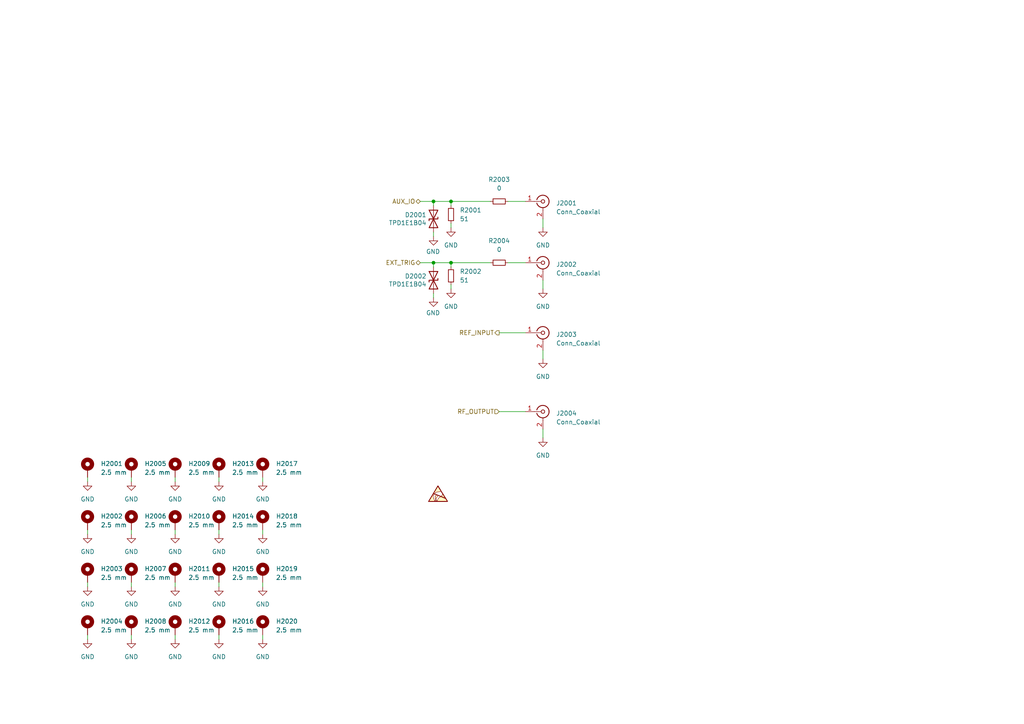
<source format=kicad_sch>
(kicad_sch (version 20210621) (generator eeschema)
  (paper "A4")
  (lib_symbols
    (symbol "Connector:Conn_Coaxial" (pin_names (offset 1.016) hide)
      (property "Reference" "J" (at 0.254 3.048 0))
      (property "Value" "Conn_Coaxial" (at 2.921 0 90))
      (symbol "Conn_Coaxial_0_1"
        (arc (start -1.778 0.508) (end 1.778 0) (radius (at -0.0508 0) (length 1.8034) (angles 163.6 0)) (stroke (width 0.254)))
        (arc (start 1.778 0) (end -1.778 -0.508) (radius (at -0.0254 0) (length 1.8034) (angles 0 -163.8)) (stroke (width 0.254)))
        (circle (center 0 0) (radius 0.508) (stroke (width 0.2032)))
        (polyline (pts (xy -2.54 0) (xy -0.508 0)))
        (polyline (pts (xy 0 -2.54) (xy 0 -1.778)))
      )
      (symbol "Conn_Coaxial_1_1"
        (pin passive line (at -5.08 0 0) (length 2.54) (name "In") (number "1"))
        (pin passive line (at 0 -5.08 90) (length 2.54) (name "Ext") (number "2"))
      )
    )
    (symbol "Device:D_TVS" (pin_numbers hide) (pin_names (offset 1.016) hide)
      (property "Reference" "D" (at 0 2.54 0))
      (property "Value" "D_TVS" (at 0 -2.54 0))
      (symbol "D_TVS_0_1"
        (polyline (pts (xy 1.27 0) (xy -1.27 0)))
        (polyline (pts (xy 0.508 1.27) (xy 0 1.27) (xy 0 -1.27) (xy -0.508 -1.27)) (stroke (width 0.254)))
        (polyline (pts (xy -2.54 1.27) (xy -2.54 -1.27) (xy 2.54 1.27) (xy 2.54 -1.27) (xy -2.54 1.27)) (stroke (width 0.254)))
      )
      (symbol "D_TVS_1_1"
        (pin passive line (at -3.81 0 0) (length 2.54) (name "A1") (number "1"))
        (pin passive line (at 3.81 0 180) (length 2.54) (name "A2") (number "2"))
      )
    )
    (symbol "Device:R_Small" (pin_numbers hide) (pin_names (offset 0.254) hide)
      (property "Reference" "R" (at 0.762 0.508 0))
      (property "Value" "R_Small" (at 0.762 -1.016 0))
      (symbol "R_Small_0_1"
        (rectangle (start -0.762 1.778) (end 0.762 -1.778) (stroke (width 0.2032)))
      )
      (symbol "R_Small_1_1"
        (pin passive line (at 0 2.54 270) (length 0.762) (name "~") (number "1"))
        (pin passive line (at 0 -2.54 90) (length 0.762) (name "~") (number "2"))
      )
    )
    (symbol "Graphic:SYM_ESD_Small" (pin_names (offset 1.016))
      (symbol "SYM_ESD_Small_0_0"
        (polyline (pts (xy -1.27 0.381) (xy 2.159 -1.016)) (stroke (width 0.254)))
        (polyline (pts (xy -2.667 -1.905) (xy 2.794 -1.905) (xy 0 2.54) (xy -2.667 -1.905)) (stroke (width 0.254)))
        (polyline (pts (xy 2.7432 -1.905) (xy 2.7178 -1.8796) (xy 2.6162 -1.6764) (xy 2.5654 -1.6002) (xy 2.4892 -1.4986) (xy 2.4384 -1.3716) (xy 1.7526 -0.2286) (xy 1.7018 -0.127) (xy 1.6256 -0.0508) (xy 1.6002 0.0508) (xy 1.5494 0.1016) (xy 1.4986 0.2032) (xy 1.4732 0.2286) (xy 1.4732 0.2032) (xy 1.4478 0.2032) (xy 1.3208 0.0762) (xy 1.2954 0.0254) (xy 1.2954 -0.0254) (xy 1.27 -0.0762) (xy 1.2446 -0.1524) (xy 1.143 -0.254) (xy 1.0922 -0.3302) (xy 1.0414 -0.3556) (xy 0.9144 -0.4826) (xy 0.762 -0.5842) (xy 0.6604 -0.6604) (xy 0.508 -0.762) (xy 0.4572 -0.8128) (xy 0.3556 -0.8636) (xy 0.3048 -0.9144) (xy 0.2286 -0.9652) (xy 0.0762 -1.1938) (xy 0.0254 -1.2954) (xy -0.0254 -1.4224) (xy -0.0508 -1.4986) (xy -0.1016 -1.5748) (xy -0.127 -1.651) (xy -0.1778 -1.6764) (xy -0.2032 -1.7272) (xy -0.254 -1.7526) (xy -0.4064 -1.7526) (xy -0.4064 -1.7272) (xy -0.4572 -1.7018) (xy -0.4826 -1.6256) (xy -0.508 -1.524) (xy -0.508 -1.0922) (xy -0.4572 -0.889) (xy -0.4064 -0.8128) (xy -0.254 -0.6604) (xy -0.2032 -0.5842) (xy -0.127 -0.5334) (xy -0.1016 -0.4826) (xy -0.0762 -0.4064) (xy -0.0508 -0.3556) (xy -0.0254 -0.3302) (xy -0.0254 -0.2794) (xy 0 -0.2286) (xy -0.0762 -0.1524) (xy -0.127 -0.127) (xy -0.1524 -0.0762) (xy -0.2032 -0.0508) (xy -0.2286 -0.0254) (xy -0.254 -0.0254) (xy -0.3048 -0.0762) (xy -0.3556 -0.1016) (xy -0.4318 -0.127) (xy -0.4826 -0.1524) (xy -0.5588 -0.2286) (xy -0.6096 -0.254) (xy -0.8382 -0.4826) (xy -0.8128 -0.5588) (xy -0.7874 -0.5842) (xy -0.7874 -0.8636) (xy -0.8128 -0.889) (xy -0.8128 -0.9652) (xy -0.762 -1.016) (xy -0.762 -1.0414) (xy -0.6604 -1.2954) (xy -0.6604 -1.5748) (xy -0.6858 -1.6002) (xy -0.6858 -1.6256) (xy -0.7366 -1.7018) (xy -0.8382 -1.7526) (xy -0.9144 -1.7526) (xy -0.9398 -1.7272) (xy -0.9652 -1.6764) (xy -1.016 -1.6002) (xy -1.0414 -1.524) (xy -1.143 -1.27) (xy -1.2192 -1.0414) (xy -1.27 -0.9652) (xy -1.2954 -0.889) (xy -1.3208 -0.8382) (xy -1.3208 -0.8128) (xy -1.3716 -0.7112) (xy -1.397 -0.5842) (xy -1.397 -0.4826) (xy -1.3716 -0.381) (xy -1.3208 -0.254) (xy -1.2954 -0.2032) (xy -1.1938 -0.0508) (xy -1.0414 0.1524) (xy -0.9906 0.2032) (xy -0.9652 0.254) (xy -0.9144 0.3302) (xy -0.889 0.381) (xy -0.8636 0.381) (xy -0.8128 0.508) (xy -0.6096 0.7112) (xy -0.5334 0.7366) (xy -0.508 0.762) (xy -0.4318 0.762) (xy -0.3556 0.7874) (xy -0.2286 0.8128) (xy -0.1016 0.8128) (xy 0.0508 0.8382) (xy 0.2032 0.8382) (xy 0.3048 0.8636) (xy 0.4826 0.8636) (xy 0.5334 0.889) (xy 0.5842 0.889) (xy 0.6858 0.9398) (xy 0.7112 0.9652) (xy 0.762 0.9906) (xy 0.8128 1.0414) (xy 0.8636 1.0668) (xy 0.889 1.1176) (xy 0.9144 1.143) (xy 0.9144 1.1938) (xy 0.889 1.2192) (xy 0.8636 1.27) (xy 0.8128 1.3462) (xy 0.7112 1.5494) (xy 0.635 1.651) (xy 0.5842 1.7526) (xy 0.508 1.8796) (xy 0.4572 1.9558) (xy 0.381 2.0828) (xy 0.3048 2.1844) (xy 0.254 2.286) (xy 0.2032 2.3622) (xy 0.1778 2.4384) (xy 0.1016 2.5146) (xy 0.1016 2.54) (xy 0.0762 2.5654) (xy 0.0762 2.5908) (xy 0.0254 2.5908) (xy 0.0254 2.5654) (xy -0.0254 2.5146) (xy -0.1016 2.3622) (xy -0.254 2.1336) (xy -0.3048 2.032) (xy -0.4572 1.778) (xy -0.5588 1.6256) (xy -0.762 1.27) (xy -0.889 1.0668) (xy -1.016 0.8382) (xy -1.1684 0.6096) (xy -1.3208 0.3302) (xy -1.397 0.2032) (xy -1.524 -0.0254) (xy -1.778 -0.4318) (xy -1.8796 -0.635) (xy -2.0066 -0.8128) (xy -2.1082 -0.9906) (xy -2.2098 -1.143) (xy -2.286 -1.2954) (xy -2.4384 -1.5494) (xy -2.4892 -1.651) (xy -2.5654 -1.7526) (xy -2.5908 -1.8288) (xy -2.6162 -1.8796) (xy -2.6416 -1.905) (xy -2.6416 -1.9304) (xy 2.7432 -1.9304) (xy 2.7432 -1.905)) (stroke (width 0.127)) (fill (type background)))
      )
    )
    (symbol "Mechanical:MountingHole_Pad" (pin_numbers hide) (pin_names (offset 1.016) hide)
      (property "Reference" "H" (at 0 6.35 0))
      (property "Value" "MountingHole_Pad" (at 0 4.445 0))
      (symbol "MountingHole_Pad_0_1"
        (circle (center 0 1.27) (radius 1.27) (stroke (width 1.27)))
      )
      (symbol "MountingHole_Pad_1_1"
        (pin input line (at 0 -2.54 90) (length 2.54) (name "1") (number "1"))
      )
    )
    (symbol "power:GND" (power) (pin_names (offset 0))
      (property "Value" "GND" (at 0 -3.81 0))
      (symbol "GND_0_1"
        (polyline (pts (xy 0 0) (xy 0 -1.27) (xy 1.27 -1.27) (xy 0 -2.54) (xy -1.27 -1.27) (xy 0 -1.27)))
      )
      (symbol "GND_1_1"
        (pin power_in line (at 0 0 270) (length 0) hide (name "GND") (number "1"))
      )
    )
  )
  (junction (at 125.73 58.42) (diameter 0.9144))
  (junction (at 125.73 76.2) (diameter 0.9144))
  (junction (at 130.81 58.42) (diameter 0.9144))
  (junction (at 130.81 76.2) (diameter 0.9144))
  (wire (pts (xy 25.4 138.43) (xy 25.4 139.7)))
  (wire (pts (xy 25.4 153.67) (xy 25.4 154.94)))
  (wire (pts (xy 25.4 168.91) (xy 25.4 170.18)))
  (wire (pts (xy 25.4 184.15) (xy 25.4 185.42)))
  (wire (pts (xy 38.1 138.43) (xy 38.1 139.7)))
  (wire (pts (xy 38.1 153.67) (xy 38.1 154.94)))
  (wire (pts (xy 38.1 168.91) (xy 38.1 170.18)))
  (wire (pts (xy 38.1 184.15) (xy 38.1 185.42)))
  (wire (pts (xy 50.8 138.43) (xy 50.8 139.7)))
  (wire (pts (xy 50.8 153.67) (xy 50.8 154.94)))
  (wire (pts (xy 50.8 168.91) (xy 50.8 170.18)))
  (wire (pts (xy 50.8 184.15) (xy 50.8 185.42)))
  (wire (pts (xy 63.5 138.43) (xy 63.5 139.7)))
  (wire (pts (xy 63.5 153.67) (xy 63.5 154.94)))
  (wire (pts (xy 63.5 168.91) (xy 63.5 170.18)))
  (wire (pts (xy 63.5 184.15) (xy 63.5 185.42)))
  (wire (pts (xy 76.2 138.43) (xy 76.2 139.7)))
  (wire (pts (xy 76.2 153.67) (xy 76.2 154.94)))
  (wire (pts (xy 76.2 168.91) (xy 76.2 170.18)))
  (wire (pts (xy 76.2 184.15) (xy 76.2 185.42)))
  (wire (pts (xy 121.92 58.42) (xy 125.73 58.42)))
  (wire (pts (xy 121.92 76.2) (xy 125.73 76.2)))
  (wire (pts (xy 125.73 58.42) (xy 125.73 59.69)))
  (wire (pts (xy 125.73 58.42) (xy 130.81 58.42)))
  (wire (pts (xy 125.73 67.31) (xy 125.73 68.58)))
  (wire (pts (xy 125.73 76.2) (xy 125.73 77.47)))
  (wire (pts (xy 125.73 76.2) (xy 130.81 76.2)))
  (wire (pts (xy 125.73 85.09) (xy 125.73 86.36)))
  (wire (pts (xy 130.81 58.42) (xy 130.81 59.69)))
  (wire (pts (xy 130.81 58.42) (xy 142.24 58.42)))
  (wire (pts (xy 130.81 64.77) (xy 130.81 66.04)))
  (wire (pts (xy 130.81 76.2) (xy 130.81 77.47)))
  (wire (pts (xy 130.81 76.2) (xy 142.24 76.2)))
  (wire (pts (xy 130.81 82.55) (xy 130.81 83.82)))
  (wire (pts (xy 144.78 96.52) (xy 152.4 96.52)))
  (wire (pts (xy 144.78 119.38) (xy 152.4 119.38)))
  (wire (pts (xy 147.32 58.42) (xy 152.4 58.42)))
  (wire (pts (xy 147.32 76.2) (xy 152.4 76.2)))
  (wire (pts (xy 157.48 63.5) (xy 157.48 66.04)))
  (wire (pts (xy 157.48 81.28) (xy 157.48 83.82)))
  (wire (pts (xy 157.48 101.6) (xy 157.48 104.14)))
  (wire (pts (xy 157.48 124.46) (xy 157.48 127)))
  (hierarchical_label "AUX_IO" (shape bidirectional) (at 121.92 58.42 180))
  (hierarchical_label "EXT_TRIG" (shape bidirectional) (at 121.92 76.2 180))
  (hierarchical_label "REF_INPUT" (shape output) (at 144.78 96.52 180))
  (hierarchical_label "RF_OUTPUT" (shape input) (at 144.78 119.38 180))
  (symbol (lib_id "power:GND") (at 25.4 139.7 0) (unit 1)
    (property "Reference" "#PWR0147" (effects hide))
    (property "Value" "GND" (at 25.4 144.78 0))
  )
  (symbol (lib_id "power:GND") (at 25.4 154.94 0) (unit 1)
    (property "Reference" "#PWR0140" (effects hide))
    (property "Value" "GND" (at 25.4 160.02 0))
  )
  (symbol (lib_id "power:GND") (at 25.4 170.18 0) (unit 1)
    (property "Reference" "#PWR0142" (effects hide))
    (property "Value" "GND" (at 25.4 175.26 0))
  )
  (symbol (lib_id "power:GND") (at 25.4 185.42 0) (unit 1)
    (property "Reference" "#PWR0145" (effects hide))
    (property "Value" "GND" (at 25.4 190.5 0))
  )
  (symbol (lib_id "power:GND") (at 38.1 139.7 0) (unit 1)
    (property "Reference" "#PWR0144" (effects hide))
    (property "Value" "GND" (at 38.1 144.78 0))
  )
  (symbol (lib_id "power:GND") (at 38.1 154.94 0) (unit 1)
    (property "Reference" "#PWR0134" (effects hide))
    (property "Value" "GND" (at 38.1 160.02 0))
  )
  (symbol (lib_id "power:GND") (at 38.1 170.18 0) (unit 1)
    (property "Reference" "#PWR0139" (effects hide))
    (property "Value" "GND" (at 38.1 175.26 0))
  )
  (symbol (lib_id "power:GND") (at 38.1 185.42 0) (unit 1)
    (property "Reference" "#PWR0146" (effects hide))
    (property "Value" "GND" (at 38.1 190.5 0))
  )
  (symbol (lib_id "power:GND") (at 50.8 139.7 0) (unit 1)
    (property "Reference" "#PWR0143" (effects hide))
    (property "Value" "GND" (at 50.8 144.78 0))
  )
  (symbol (lib_id "power:GND") (at 50.8 154.94 0) (unit 1)
    (property "Reference" "#PWR0141" (effects hide))
    (property "Value" "GND" (at 50.8 160.02 0))
  )
  (symbol (lib_id "power:GND") (at 50.8 170.18 0) (unit 1)
    (property "Reference" "#PWR0135" (effects hide))
    (property "Value" "GND" (at 50.8 175.26 0))
  )
  (symbol (lib_id "power:GND") (at 50.8 185.42 0) (unit 1)
    (property "Reference" "#PWR0138" (effects hide))
    (property "Value" "GND" (at 50.8 190.5 0))
  )
  (symbol (lib_id "power:GND") (at 63.5 139.7 0) (unit 1)
    (property "Reference" "#PWR0130" (effects hide))
    (property "Value" "GND" (at 63.5 144.78 0))
  )
  (symbol (lib_id "power:GND") (at 63.5 154.94 0) (unit 1)
    (property "Reference" "#PWR0132" (effects hide))
    (property "Value" "GND" (at 63.5 160.02 0))
  )
  (symbol (lib_id "power:GND") (at 63.5 170.18 0) (unit 1)
    (property "Reference" "#PWR0137" (effects hide))
    (property "Value" "GND" (at 63.5 175.26 0))
  )
  (symbol (lib_id "power:GND") (at 63.5 185.42 0) (unit 1)
    (property "Reference" "#PWR0136" (effects hide))
    (property "Value" "GND" (at 63.5 190.5 0))
  )
  (symbol (lib_id "power:GND") (at 76.2 139.7 0) (unit 1)
    (property "Reference" "#PWR0129" (effects hide))
    (property "Value" "GND" (at 76.2 144.78 0))
  )
  (symbol (lib_id "power:GND") (at 76.2 154.94 0) (unit 1)
    (property "Reference" "#PWR0131" (effects hide))
    (property "Value" "GND" (at 76.2 160.02 0))
  )
  (symbol (lib_id "power:GND") (at 76.2 170.18 0) (unit 1)
    (property "Reference" "#PWR0128" (effects hide))
    (property "Value" "GND" (at 76.2 175.26 0))
  )
  (symbol (lib_id "power:GND") (at 76.2 185.42 0) (unit 1)
    (property "Reference" "#PWR0133" (effects hide))
    (property "Value" "GND" (at 76.2 190.5 0))
  )
  (symbol (lib_id "power:GND") (at 125.73 68.58 0) (mirror y) (unit 1)
    (property "Reference" "#PWR0113" (effects hide))
    (property "Value" "GND" (at 125.603 72.9742 0))
  )
  (symbol (lib_id "power:GND") (at 125.73 86.36 0) (mirror y) (unit 1)
    (property "Reference" "#PWR0112" (effects hide))
    (property "Value" "GND" (at 125.603 90.7542 0))
  )
  (symbol (lib_id "power:GND") (at 130.81 66.04 0) (unit 1)
    (property "Reference" "#PWR02001" (effects hide))
    (property "Value" "GND" (at 130.81 71.12 0))
  )
  (symbol (lib_id "power:GND") (at 130.81 83.82 0) (unit 1)
    (property "Reference" "#PWR02002" (effects hide))
    (property "Value" "GND" (at 130.81 88.9 0))
  )
  (symbol (lib_id "power:GND") (at 157.48 66.04 0) (unit 1)
    (property "Reference" "#PWR02003" (effects hide))
    (property "Value" "GND" (at 157.48 71.12 0))
  )
  (symbol (lib_id "power:GND") (at 157.48 83.82 0) (unit 1)
    (property "Reference" "#PWR02004" (effects hide))
    (property "Value" "GND" (at 157.48 88.9 0))
  )
  (symbol (lib_id "power:GND") (at 157.48 104.14 0) (unit 1)
    (property "Reference" "#PWR02005" (effects hide))
    (property "Value" "GND" (at 157.48 109.22 0))
  )
  (symbol (lib_id "power:GND") (at 157.48 127 0) (unit 1)
    (property "Reference" "#PWR02006" (effects hide))
    (property "Value" "GND" (at 157.48 132.08 0))
  )
  (symbol (lib_id "Device:R_Small") (at 130.81 62.23 180) (unit 1)
    (property "Reference" "R2001" (at 133.35 60.9599 0) (effects (justify right)))
    (property "Value" "51" (at 133.35 63.4999 0) (effects (justify right)))
    (property "Footprint" "Resistor_SMD:R_0402_1005Metric" (effects hide))
  )
  (symbol (lib_id "Device:R_Small") (at 130.81 80.01 180) (unit 1)
    (property "Reference" "R2002" (at 133.35 78.7399 0) (effects (justify right)))
    (property "Value" "51" (at 133.35 81.2799 0) (effects (justify right)))
    (property "Footprint" "Resistor_SMD:R_0402_1005Metric" (effects hide))
  )
  (symbol (lib_id "Device:R_Small") (at 144.78 58.42 90) (unit 1)
    (property "Reference" "R2003" (at 144.78 52.07 90))
    (property "Value" "0" (at 144.78 54.61 90))
    (property "Footprint" "Resistor_SMD:R_0402_1005Metric" (effects hide))
  )
  (symbol (lib_id "Device:R_Small") (at 144.78 76.2 270) (mirror x) (unit 1)
    (property "Reference" "R2004" (at 144.78 69.85 90))
    (property "Value" "0" (at 144.78 72.39 90))
    (property "Footprint" "Resistor_SMD:R_0402_1005Metric" (effects hide))
  )
  (symbol (lib_id "Device:D_TVS") (at 125.73 63.5 90) (mirror x) (unit 1)
    (property "Reference" "D2001" (at 123.7234 62.3316 90) (effects (justify left)))
    (property "Value" "TPD1E1B04" (at 123.7234 64.643 90) (effects (justify left)))
    (property "Footprint" "Diode_SMD:D_0402_1005Metric" (effects hide))
    (property "DIST_NAME" "Digi-Key" (effects hide))
    (property "DIST_PN" "296-47224-1-ND" (effects hide))
  )
  (symbol (lib_id "Device:D_TVS") (at 125.73 81.28 90) (mirror x) (unit 1)
    (property "Reference" "D2002" (at 123.7234 80.1116 90) (effects (justify left)))
    (property "Value" "TPD1E1B04" (at 123.7234 82.423 90) (effects (justify left)))
    (property "Footprint" "Diode_SMD:D_0402_1005Metric" (effects hide))
    (property "DIST_NAME" "Digi-Key" (effects hide))
    (property "DIST_PN" "296-47224-1-ND" (effects hide))
  )
  (symbol (lib_id "Mechanical:MountingHole_Pad") (at 25.4 135.89 0) (unit 1) (in_bom no)
    (property "Reference" "H2001" (at 29.21 134.4929 0) (effects (justify left)))
    (property "Value" "2.5 mm" (at 29.21 137.0329 0) (effects (justify left)))
    (property "Footprint" "MountingHole:MountingHole_2.5mm_Pad_Via" (effects hide))
  )
  (symbol (lib_id "Mechanical:MountingHole_Pad") (at 25.4 151.13 0) (unit 1) (in_bom no)
    (property "Reference" "H2002" (at 29.21 149.7329 0) (effects (justify left)))
    (property "Value" "2.5 mm" (at 29.21 152.2729 0) (effects (justify left)))
    (property "Footprint" "MountingHole:MountingHole_2.5mm_Pad_Via" (effects hide))
  )
  (symbol (lib_id "Mechanical:MountingHole_Pad") (at 25.4 166.37 0) (unit 1) (in_bom no)
    (property "Reference" "H2003" (at 29.21 164.9729 0) (effects (justify left)))
    (property "Value" "2.5 mm" (at 29.21 167.5129 0) (effects (justify left)))
    (property "Footprint" "MountingHole:MountingHole_2.5mm_Pad_Via" (effects hide))
  )
  (symbol (lib_id "Mechanical:MountingHole_Pad") (at 25.4 181.61 0) (unit 1) (in_bom no)
    (property "Reference" "H2004" (at 29.21 180.2129 0) (effects (justify left)))
    (property "Value" "2.5 mm" (at 29.21 182.7529 0) (effects (justify left)))
    (property "Footprint" "MountingHole:MountingHole_2.5mm_Pad_Via" (effects hide))
  )
  (symbol (lib_id "Mechanical:MountingHole_Pad") (at 38.1 135.89 0) (unit 1) (in_bom no)
    (property "Reference" "H2005" (at 41.91 134.4929 0) (effects (justify left)))
    (property "Value" "2.5 mm" (at 41.91 137.0329 0) (effects (justify left)))
    (property "Footprint" "MountingHole:MountingHole_2.5mm_Pad_Via" (effects hide))
  )
  (symbol (lib_id "Mechanical:MountingHole_Pad") (at 38.1 151.13 0) (unit 1) (in_bom no)
    (property "Reference" "H2006" (at 41.91 149.7329 0) (effects (justify left)))
    (property "Value" "2.5 mm" (at 41.91 152.2729 0) (effects (justify left)))
    (property "Footprint" "MountingHole:MountingHole_2.5mm_Pad_Via" (effects hide))
  )
  (symbol (lib_id "Mechanical:MountingHole_Pad") (at 38.1 166.37 0) (unit 1) (in_bom no)
    (property "Reference" "H2007" (at 41.91 164.9729 0) (effects (justify left)))
    (property "Value" "2.5 mm" (at 41.91 167.5129 0) (effects (justify left)))
    (property "Footprint" "MountingHole:MountingHole_2.5mm_Pad_Via" (effects hide))
  )
  (symbol (lib_id "Mechanical:MountingHole_Pad") (at 38.1 181.61 0) (unit 1) (in_bom no)
    (property "Reference" "H2008" (at 41.91 180.2129 0) (effects (justify left)))
    (property "Value" "2.5 mm" (at 41.91 182.7529 0) (effects (justify left)))
    (property "Footprint" "MountingHole:MountingHole_2.5mm_Pad_Via" (effects hide))
  )
  (symbol (lib_id "Mechanical:MountingHole_Pad") (at 50.8 135.89 0) (unit 1) (in_bom no)
    (property "Reference" "H2009" (at 54.61 134.4929 0) (effects (justify left)))
    (property "Value" "2.5 mm" (at 54.61 137.0329 0) (effects (justify left)))
    (property "Footprint" "MountingHole:MountingHole_2.5mm_Pad_Via" (effects hide))
  )
  (symbol (lib_id "Mechanical:MountingHole_Pad") (at 50.8 151.13 0) (unit 1) (in_bom no)
    (property "Reference" "H2010" (at 54.61 149.7329 0) (effects (justify left)))
    (property "Value" "2.5 mm" (at 54.61 152.2729 0) (effects (justify left)))
    (property "Footprint" "MountingHole:MountingHole_2.5mm_Pad_Via" (effects hide))
  )
  (symbol (lib_id "Mechanical:MountingHole_Pad") (at 50.8 166.37 0) (unit 1) (in_bom no)
    (property "Reference" "H2011" (at 54.61 164.9729 0) (effects (justify left)))
    (property "Value" "2.5 mm" (at 54.61 167.5129 0) (effects (justify left)))
    (property "Footprint" "MountingHole:MountingHole_2.5mm_Pad_Via" (effects hide))
  )
  (symbol (lib_id "Mechanical:MountingHole_Pad") (at 50.8 181.61 0) (unit 1) (in_bom no)
    (property "Reference" "H2012" (at 54.61 180.2129 0) (effects (justify left)))
    (property "Value" "2.5 mm" (at 54.61 182.7529 0) (effects (justify left)))
    (property "Footprint" "MountingHole:MountingHole_2.5mm_Pad_Via" (effects hide))
  )
  (symbol (lib_id "Mechanical:MountingHole_Pad") (at 63.5 135.89 0) (unit 1) (in_bom no)
    (property "Reference" "H2013" (at 67.31 134.4929 0) (effects (justify left)))
    (property "Value" "2.5 mm" (at 67.31 137.0329 0) (effects (justify left)))
    (property "Footprint" "MountingHole:MountingHole_2.5mm_Pad_Via" (effects hide))
  )
  (symbol (lib_id "Mechanical:MountingHole_Pad") (at 63.5 151.13 0) (unit 1) (in_bom no)
    (property "Reference" "H2014" (at 67.31 149.7329 0) (effects (justify left)))
    (property "Value" "2.5 mm" (at 67.31 152.2729 0) (effects (justify left)))
    (property "Footprint" "MountingHole:MountingHole_2.5mm_Pad_Via" (effects hide))
  )
  (symbol (lib_id "Mechanical:MountingHole_Pad") (at 63.5 166.37 0) (unit 1) (in_bom no)
    (property "Reference" "H2015" (at 67.31 164.9729 0) (effects (justify left)))
    (property "Value" "2.5 mm" (at 67.31 167.5129 0) (effects (justify left)))
    (property "Footprint" "MountingHole:MountingHole_2.5mm_Pad_Via" (effects hide))
  )
  (symbol (lib_id "Mechanical:MountingHole_Pad") (at 63.5 181.61 0) (unit 1) (in_bom no)
    (property "Reference" "H2016" (at 67.31 180.2129 0) (effects (justify left)))
    (property "Value" "2.5 mm" (at 67.31 182.7529 0) (effects (justify left)))
    (property "Footprint" "MountingHole:MountingHole_2.5mm_Pad_Via" (effects hide))
  )
  (symbol (lib_id "Mechanical:MountingHole_Pad") (at 76.2 135.89 0) (unit 1) (in_bom no)
    (property "Reference" "H2017" (at 80.01 134.4929 0) (effects (justify left)))
    (property "Value" "2.5 mm" (at 80.01 137.0329 0) (effects (justify left)))
    (property "Footprint" "MountingHole:MountingHole_2.5mm_Pad_Via" (effects hide))
  )
  (symbol (lib_id "Mechanical:MountingHole_Pad") (at 76.2 151.13 0) (unit 1) (in_bom no)
    (property "Reference" "H2018" (at 80.01 149.7329 0) (effects (justify left)))
    (property "Value" "2.5 mm" (at 80.01 152.2729 0) (effects (justify left)))
    (property "Footprint" "MountingHole:MountingHole_2.5mm_Pad_Via" (effects hide))
  )
  (symbol (lib_id "Mechanical:MountingHole_Pad") (at 76.2 166.37 0) (unit 1) (in_bom no)
    (property "Reference" "H2019" (at 80.01 164.9729 0) (effects (justify left)))
    (property "Value" "2.5 mm" (at 80.01 167.5129 0) (effects (justify left)))
    (property "Footprint" "MountingHole:MountingHole_2.5mm_Pad_Via" (effects hide))
  )
  (symbol (lib_id "Mechanical:MountingHole_Pad") (at 76.2 181.61 0) (unit 1) (in_bom no)
    (property "Reference" "H2020" (at 80.01 180.2129 0) (effects (justify left)))
    (property "Value" "2.5 mm" (at 80.01 182.7529 0) (effects (justify left)))
    (property "Footprint" "MountingHole:MountingHole_2.5mm_Pad_Via" (effects hide))
  )
  (symbol (lib_id "Graphic:SYM_ESD_Small") (at 127 143.51 0) (unit 1)
    (property "Reference" "#SYM2001" (effects hide))
    (property "Value" "SYM_ESD_Small" (effects hide))
    (property "Footprint" "Symbol:Symbol_ESD-Logo-Text_CopperTop" (effects hide))
  )
  (symbol (lib_id "Connector:Conn_Coaxial") (at 157.48 58.42 0) (unit 1)
    (property "Reference" "J2001" (at 161.29 58.9152 0) (effects (justify left)))
    (property "Value" "Conn_Coaxial" (at 161.29 61.4552 0) (effects (justify left)))
    (property "Footprint" "jtk_rf_footprints:SMA_Cinch_142-0711-821_EdgeMount" (effects hide))
    (property "Datasheet" " ~" (effects hide))
  )
  (symbol (lib_id "Connector:Conn_Coaxial") (at 157.48 76.2 0) (unit 1)
    (property "Reference" "J2002" (at 161.29 76.6952 0) (effects (justify left)))
    (property "Value" "Conn_Coaxial" (at 161.29 79.2352 0) (effects (justify left)))
    (property "Footprint" "jtk_rf_footprints:SMA_Cinch_142-0711-821_EdgeMount" (effects hide))
    (property "Datasheet" " ~" (effects hide))
  )
  (symbol (lib_id "Connector:Conn_Coaxial") (at 157.48 96.52 0) (unit 1)
    (property "Reference" "J2003" (at 161.29 97.0152 0) (effects (justify left)))
    (property "Value" "Conn_Coaxial" (at 161.29 99.5552 0) (effects (justify left)))
    (property "Footprint" "jtk_rf_footprints:SMA_Cinch_142-0711-821_EdgeMount" (effects hide))
    (property "Datasheet" " ~" (effects hide))
  )
  (symbol (lib_id "Connector:Conn_Coaxial") (at 157.48 119.38 0) (unit 1)
    (property "Reference" "J2004" (at 161.29 119.8752 0) (effects (justify left)))
    (property "Value" "Conn_Coaxial" (at 161.29 122.4152 0) (effects (justify left)))
    (property "Footprint" "jtk_rf_footprints:sw_edge_oshpark_4layer" (effects hide))
    (property "Datasheet" " ~" (effects hide))
  )
)
</source>
